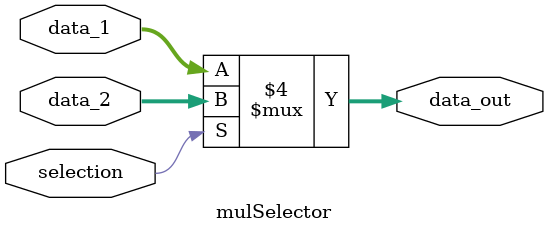
<source format=v>
module mulSelector
(
	input selection,
	input [31:0] data_1,
	input [31:0] data_2,
	
	output reg [31:0] data_out

);

always@(selection or data_1 or data_2)
begin
	if(selection == 1'b1)
		data_out = data_2;
	else
		data_out = data_1;
end

endmodule
</source>
